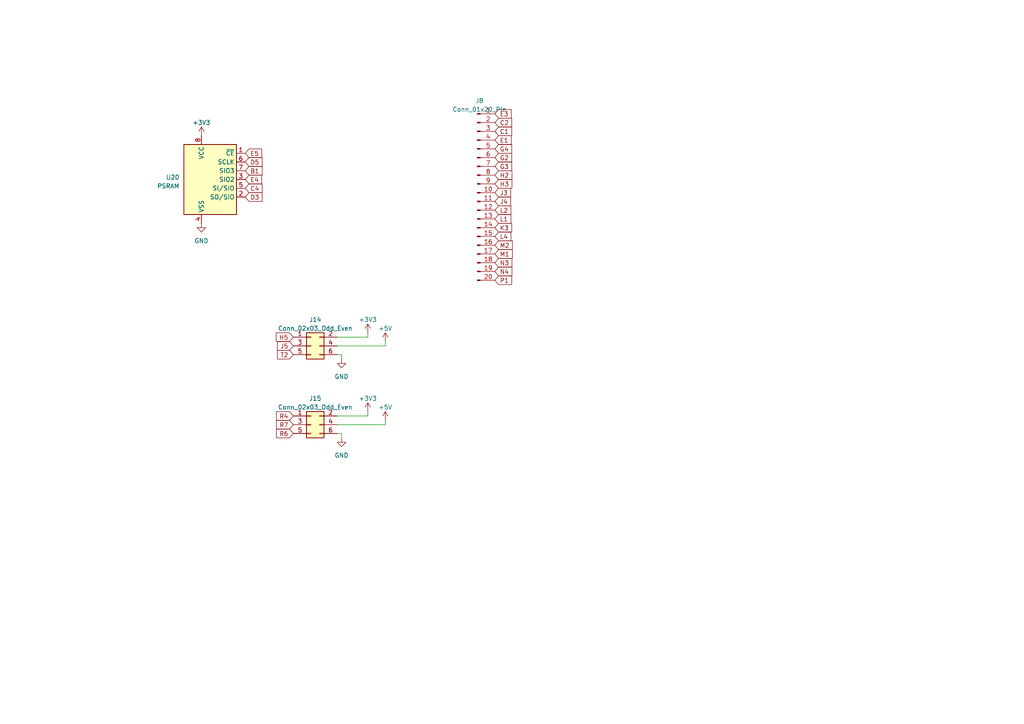
<source format=kicad_sch>
(kicad_sch (version 20230121) (generator eeschema)
  (paper "A4")
  (lib_symbols
    (symbol "Connector:Conn_01x20_Pin" (pin_names (offset 1.016) hide)
      (property "Reference" "J" (at 0 25.4 0))
      (property "Value" "Conn_01x20_Pin" (at 0 -27.94 0))
      (symbol "Conn_01x20_Pin_1_1"
        (polyline (pts (xy 1.27 -25.4) (xy 0.8636 -25.4)) (stroke (width 0.1524)))
        (polyline (pts (xy 1.27 -22.86) (xy 0.8636 -22.86)) (stroke (width 0.1524)))
        (polyline (pts (xy 1.27 -20.32) (xy 0.8636 -20.32)) (stroke (width 0.1524)))
        (polyline (pts (xy 1.27 -17.78) (xy 0.8636 -17.78)) (stroke (width 0.1524)))
        (polyline (pts (xy 1.27 -15.24) (xy 0.8636 -15.24)) (stroke (width 0.1524)))
        (polyline (pts (xy 1.27 -12.7) (xy 0.8636 -12.7)) (stroke (width 0.1524)))
        (polyline (pts (xy 1.27 -10.16) (xy 0.8636 -10.16)) (stroke (width 0.1524)))
        (polyline (pts (xy 1.27 -7.62) (xy 0.8636 -7.62)) (stroke (width 0.1524)))
        (polyline (pts (xy 1.27 -5.08) (xy 0.8636 -5.08)) (stroke (width 0.1524)))
        (polyline (pts (xy 1.27 -2.54) (xy 0.8636 -2.54)) (stroke (width 0.1524)))
        (polyline (pts (xy 1.27 0) (xy 0.8636 0)) (stroke (width 0.1524)))
        (polyline (pts (xy 1.27 2.54) (xy 0.8636 2.54)) (stroke (width 0.1524)))
        (polyline (pts (xy 1.27 5.08) (xy 0.8636 5.08)) (stroke (width 0.1524)))
        (polyline (pts (xy 1.27 7.62) (xy 0.8636 7.62)) (stroke (width 0.1524)))
        (polyline (pts (xy 1.27 10.16) (xy 0.8636 10.16)) (stroke (width 0.1524)))
        (polyline (pts (xy 1.27 12.7) (xy 0.8636 12.7)) (stroke (width 0.1524)))
        (polyline (pts (xy 1.27 15.24) (xy 0.8636 15.24)) (stroke (width 0.1524)))
        (polyline (pts (xy 1.27 17.78) (xy 0.8636 17.78)) (stroke (width 0.1524)))
        (polyline (pts (xy 1.27 20.32) (xy 0.8636 20.32)) (stroke (width 0.1524)))
        (polyline (pts (xy 1.27 22.86) (xy 0.8636 22.86)) (stroke (width 0.1524)))
        (rectangle (start 0.8636 -25.273) (end 0 -25.527) (stroke (width 0.1524)) (fill (type outline)))
        (rectangle (start 0.8636 -22.733) (end 0 -22.987) (stroke (width 0.1524)) (fill (type outline)))
        (rectangle (start 0.8636 -20.193) (end 0 -20.447) (stroke (width 0.1524)) (fill (type outline)))
        (rectangle (start 0.8636 -17.653) (end 0 -17.907) (stroke (width 0.1524)) (fill (type outline)))
        (rectangle (start 0.8636 -15.113) (end 0 -15.367) (stroke (width 0.1524)) (fill (type outline)))
        (rectangle (start 0.8636 -12.573) (end 0 -12.827) (stroke (width 0.1524)) (fill (type outline)))
        (rectangle (start 0.8636 -10.033) (end 0 -10.287) (stroke (width 0.1524)) (fill (type outline)))
        (rectangle (start 0.8636 -7.493) (end 0 -7.747) (stroke (width 0.1524)) (fill (type outline)))
        (rectangle (start 0.8636 -4.953) (end 0 -5.207) (stroke (width 0.1524)) (fill (type outline)))
        (rectangle (start 0.8636 -2.413) (end 0 -2.667) (stroke (width 0.1524)) (fill (type outline)))
        (rectangle (start 0.8636 0.127) (end 0 -0.127) (stroke (width 0.1524)) (fill (type outline)))
        (rectangle (start 0.8636 2.667) (end 0 2.413) (stroke (width 0.1524)) (fill (type outline)))
        (rectangle (start 0.8636 5.207) (end 0 4.953) (stroke (width 0.1524)) (fill (type outline)))
        (rectangle (start 0.8636 7.747) (end 0 7.493) (stroke (width 0.1524)) (fill (type outline)))
        (rectangle (start 0.8636 10.287) (end 0 10.033) (stroke (width 0.1524)) (fill (type outline)))
        (rectangle (start 0.8636 12.827) (end 0 12.573) (stroke (width 0.1524)) (fill (type outline)))
        (rectangle (start 0.8636 15.367) (end 0 15.113) (stroke (width 0.1524)) (fill (type outline)))
        (rectangle (start 0.8636 17.907) (end 0 17.653) (stroke (width 0.1524)) (fill (type outline)))
        (rectangle (start 0.8636 20.447) (end 0 20.193) (stroke (width 0.1524)) (fill (type outline)))
        (rectangle (start 0.8636 22.987) (end 0 22.733) (stroke (width 0.1524)) (fill (type outline)))
        (pin passive line (at 5.08 22.86 180) (length 3.81) (name "Pin_1") (number "1"))
        (pin passive line (at 5.08 0 180) (length 3.81) (name "Pin_10") (number "10"))
        (pin passive line (at 5.08 -2.54 180) (length 3.81) (name "Pin_11") (number "11"))
        (pin passive line (at 5.08 -5.08 180) (length 3.81) (name "Pin_12") (number "12"))
        (pin passive line (at 5.08 -7.62 180) (length 3.81) (name "Pin_13") (number "13"))
        (pin passive line (at 5.08 -10.16 180) (length 3.81) (name "Pin_14") (number "14"))
        (pin passive line (at 5.08 -12.7 180) (length 3.81) (name "Pin_15") (number "15"))
        (pin passive line (at 5.08 -15.24 180) (length 3.81) (name "Pin_16") (number "16"))
        (pin passive line (at 5.08 -17.78 180) (length 3.81) (name "Pin_17") (number "17"))
        (pin passive line (at 5.08 -20.32 180) (length 3.81) (name "Pin_18") (number "18"))
        (pin passive line (at 5.08 -22.86 180) (length 3.81) (name "Pin_19") (number "19"))
        (pin passive line (at 5.08 20.32 180) (length 3.81) (name "Pin_2") (number "2"))
        (pin passive line (at 5.08 -25.4 180) (length 3.81) (name "Pin_20") (number "20"))
        (pin passive line (at 5.08 17.78 180) (length 3.81) (name "Pin_3") (number "3"))
        (pin passive line (at 5.08 15.24 180) (length 3.81) (name "Pin_4") (number "4"))
        (pin passive line (at 5.08 12.7 180) (length 3.81) (name "Pin_5") (number "5"))
        (pin passive line (at 5.08 10.16 180) (length 3.81) (name "Pin_6") (number "6"))
        (pin passive line (at 5.08 7.62 180) (length 3.81) (name "Pin_7") (number "7"))
        (pin passive line (at 5.08 5.08 180) (length 3.81) (name "Pin_8") (number "8"))
        (pin passive line (at 5.08 2.54 180) (length 3.81) (name "Pin_9") (number "9"))
      )
    )
    (symbol "Connector_Generic:Conn_02x03_Odd_Even" (pin_names (offset 1.016) hide)
      (property "Reference" "J" (at 1.27 5.08 0))
      (property "Value" "Conn_02x03_Odd_Even" (at 1.27 -5.08 0))
      (symbol "Conn_02x03_Odd_Even_1_1"
        (rectangle (start -1.27 -2.413) (end 0 -2.667) (stroke (width 0.1524)))
        (rectangle (start -1.27 0.127) (end 0 -0.127) (stroke (width 0.1524)))
        (rectangle (start -1.27 2.667) (end 0 2.413) (stroke (width 0.1524)))
        (rectangle (start -1.27 3.81) (end 3.81 -3.81) (stroke (width 0.254)) (fill (type background)))
        (rectangle (start 3.81 -2.413) (end 2.54 -2.667) (stroke (width 0.1524)))
        (rectangle (start 3.81 0.127) (end 2.54 -0.127) (stroke (width 0.1524)))
        (rectangle (start 3.81 2.667) (end 2.54 2.413) (stroke (width 0.1524)))
        (pin passive line (at -5.08 2.54 0) (length 3.81) (name "Pin_1") (number "1"))
        (pin passive line (at 7.62 2.54 180) (length 3.81) (name "Pin_2") (number "2"))
        (pin passive line (at -5.08 0 0) (length 3.81) (name "Pin_3") (number "3"))
        (pin passive line (at 7.62 0 180) (length 3.81) (name "Pin_4") (number "4"))
        (pin passive line (at -5.08 -2.54 0) (length 3.81) (name "Pin_5") (number "5"))
        (pin passive line (at 7.62 -2.54 180) (length 3.81) (name "Pin_6") (number "6"))
      )
    )
    (symbol "Memory_RAM:ESP-PSRAM32"
      (property "Reference" "U" (at 3.81 11.43 0))
      (property "Value" "ESP-PSRAM32" (at -1.27 -11.43 0))
      (symbol "ESP-PSRAM32_0_1"
        (rectangle (start -7.62 10.16) (end 7.62 -10.16) (stroke (width 0.254)) (fill (type background)))
      )
      (symbol "ESP-PSRAM32_1_1"
        (pin input line (at 10.16 7.62 180) (length 2.54) (name "~{CE}") (number "1"))
        (pin output line (at 10.16 -5.08 180) (length 2.54) (name "SO/SIO") (number "2"))
        (pin bidirectional line (at 10.16 0 180) (length 2.54) (name "SIO2") (number "3"))
        (pin power_in line (at -2.54 -12.7 90) (length 2.54) (name "VSS") (number "4"))
        (pin input line (at 10.16 -2.54 180) (length 2.54) (name "SI/SIO") (number "5"))
        (pin output line (at 10.16 5.08 180) (length 2.54) (name "SCLK") (number "6"))
        (pin bidirectional line (at 10.16 2.54 180) (length 2.54) (name "SIO3") (number "7"))
        (pin power_in line (at -2.54 12.7 270) (length 2.54) (name "VCC") (number "8"))
      )
    )
    (symbol "power:+3V3" (power) (pin_names (offset 0))
      (property "Value" "+3V3" (at 0 3.556 0))
      (symbol "+3V3_0_1"
        (polyline (pts (xy -0.762 1.27) (xy 0 2.54)))
        (polyline (pts (xy 0 0) (xy 0 2.54)))
        (polyline (pts (xy 0 2.54) (xy 0.762 1.27)))
      )
      (symbol "+3V3_1_1"
        (pin power_in line (at 0 0 90) (length 0) hide (name "+3V3") (number "1"))
      )
    )
    (symbol "power:+5V" (power) (pin_names (offset 0))
      (property "Value" "+5V" (at 0 3.556 0))
      (symbol "+5V_0_1"
        (polyline (pts (xy -0.762 1.27) (xy 0 2.54)))
        (polyline (pts (xy 0 0) (xy 0 2.54)))
        (polyline (pts (xy 0 2.54) (xy 0.762 1.27)))
      )
      (symbol "+5V_1_1"
        (pin power_in line (at 0 0 90) (length 0) hide (name "+5V") (number "1"))
      )
    )
    (symbol "power:GND" (power) (pin_names (offset 0))
      (property "Value" "GND" (at 0 -3.81 0))
      (symbol "GND_0_1"
        (polyline (pts (xy 0 0) (xy 0 -1.27) (xy 1.27 -1.27) (xy 0 -2.54) (xy -1.27 -1.27) (xy 0 -1.27)))
      )
      (symbol "GND_1_1"
        (pin power_in line (at 0 0 270) (length 0) hide (name "GND") (number "1"))
      )
    )
  )
  (wire (pts (xy 97.79 125.73) (xy 99.06 125.73)))
  (wire (pts (xy 106.68 97.79) (xy 106.68 96.52)))
  (wire (pts (xy 97.79 120.65) (xy 106.68 120.65)))
  (wire (pts (xy 99.06 125.73) (xy 99.06 127)))
  (wire (pts (xy 106.68 120.65) (xy 106.68 119.38)))
  (wire (pts (xy 97.79 97.79) (xy 106.68 97.79)))
  (wire (pts (xy 111.76 123.19) (xy 97.79 123.19)))
  (wire (pts (xy 97.79 102.87) (xy 99.06 102.87)))
  (wire (pts (xy 111.76 99.06) (xy 111.76 100.33)))
  (wire (pts (xy 111.76 121.92) (xy 111.76 123.19)))
  (wire (pts (xy 99.06 102.87) (xy 99.06 104.14)))
  (wire (pts (xy 111.76 100.33) (xy 97.79 100.33)))
  (global_label "E4" (shape input) (at 71.12 52.07 0) (property "Intersheetrefs" "${INTERSHEET_REFS}" (effects hide)))
  (global_label "N4" (shape input) (at 143.51 78.74 0) (property "Intersheetrefs" "${INTERSHEET_REFS}" (effects hide)))
  (global_label "C2" (shape input) (at 143.51 35.56 0) (property "Intersheetrefs" "${INTERSHEET_REFS}" (effects hide)))
  (global_label "E5" (shape input) (at 71.12 44.45 0) (property "Intersheetrefs" "${INTERSHEET_REFS}" (effects hide)))
  (global_label "R6" (shape input) (at 85.09 125.73 180) (property "Intersheetrefs" "${INTERSHEET_REFS}" (effects hide)))
  (global_label "C1" (shape input) (at 143.51 38.1 0) (property "Intersheetrefs" "${INTERSHEET_REFS}" (effects hide)))
  (global_label "J5" (shape input) (at 85.09 100.33 180) (property "Intersheetrefs" "${INTERSHEET_REFS}" (effects hide)))
  (global_label "D5" (shape input) (at 71.12 46.99 0) (property "Intersheetrefs" "${INTERSHEET_REFS}" (effects hide)))
  (global_label "N3" (shape input) (at 143.51 76.2 0) (property "Intersheetrefs" "${INTERSHEET_REFS}" (effects hide)))
  (global_label "B1" (shape input) (at 71.12 49.53 0) (property "Intersheetrefs" "${INTERSHEET_REFS}" (effects hide)))
  (global_label "R7" (shape input) (at 85.09 123.19 180) (property "Intersheetrefs" "${INTERSHEET_REFS}" (effects hide)))
  (global_label "H2" (shape input) (at 143.51 50.8 0) (property "Intersheetrefs" "${INTERSHEET_REFS}" (effects hide)))
  (global_label "G3" (shape input) (at 143.51 48.26 0) (property "Intersheetrefs" "${INTERSHEET_REFS}" (effects hide)))
  (global_label "K3" (shape input) (at 143.51 66.04 0) (property "Intersheetrefs" "${INTERSHEET_REFS}" (effects hide)))
  (global_label "H3" (shape input) (at 143.51 53.34 0) (property "Intersheetrefs" "${INTERSHEET_REFS}" (effects hide)))
  (global_label "H5" (shape input) (at 85.09 97.79 180) (property "Intersheetrefs" "${INTERSHEET_REFS}" (effects hide)))
  (global_label "L4" (shape input) (at 143.51 68.58 0) (property "Intersheetrefs" "${INTERSHEET_REFS}" (effects hide)))
  (global_label "P1" (shape input) (at 143.51 81.28 0) (property "Intersheetrefs" "${INTERSHEET_REFS}" (effects hide)))
  (global_label "M2" (shape input) (at 143.51 71.12 0) (property "Intersheetrefs" "${INTERSHEET_REFS}" (effects hide)))
  (global_label "T2" (shape input) (at 85.09 102.87 180) (property "Intersheetrefs" "${INTERSHEET_REFS}" (effects hide)))
  (global_label "J3" (shape input) (at 143.51 55.88 0) (property "Intersheetrefs" "${INTERSHEET_REFS}" (effects hide)))
  (global_label "G2" (shape input) (at 143.51 45.72 0) (property "Intersheetrefs" "${INTERSHEET_REFS}" (effects hide)))
  (global_label "L1" (shape input) (at 143.51 63.5 0) (property "Intersheetrefs" "${INTERSHEET_REFS}" (effects hide)))
  (global_label "E1" (shape input) (at 143.51 40.64 0) (property "Intersheetrefs" "${INTERSHEET_REFS}" (effects hide)))
  (global_label "J4" (shape input) (at 143.51 58.42 0) (property "Intersheetrefs" "${INTERSHEET_REFS}" (effects hide)))
  (global_label "D3" (shape input) (at 71.12 57.15 0) (property "Intersheetrefs" "${INTERSHEET_REFS}" (effects hide)))
  (global_label "M1" (shape input) (at 143.51 73.66 0) (property "Intersheetrefs" "${INTERSHEET_REFS}" (effects hide)))
  (global_label "C4" (shape input) (at 71.12 54.61 0) (property "Intersheetrefs" "${INTERSHEET_REFS}" (effects hide)))
  (global_label "E3" (shape input) (at 143.51 33.02 0) (property "Intersheetrefs" "${INTERSHEET_REFS}" (effects hide)))
  (global_label "R4" (shape input) (at 85.09 120.65 180) (property "Intersheetrefs" "${INTERSHEET_REFS}" (effects hide)))
  (global_label "G4" (shape input) (at 143.51 43.18 0) (property "Intersheetrefs" "${INTERSHEET_REFS}" (effects hide)))
  (global_label "L2" (shape input) (at 143.51 60.96 0) (property "Intersheetrefs" "${INTERSHEET_REFS}" (effects hide)))
  (symbol (lib_id "Connector_Generic:Conn_02x03_Odd_Even") (at 90.17 123.19 0) (unit 1)
    (property "Reference" "J15" (at 91.44 115.57 0))
    (property "Value" "Conn_02x03_Odd_Even" (at 91.44 118.11 0))
    (property "Footprint" "Connector_PinHeader_2.54mm:PinHeader_2x03_P2.54mm_Vertical" (effects hide))
  )
  (symbol (lib_id "power:+3V3") (at 58.42 39.37 0) (unit 1)
    (property "Reference" "#PWR072" (effects hide))
    (property "Value" "+3V3" (at 58.42 35.56 0))
  )
  (symbol (lib_id "power:+5V") (at 111.76 121.92 0) (unit 1)
    (property "Reference" "#PWR081" (effects hide))
    (property "Value" "+5V" (at 111.76 118.11 0))
  )
  (symbol (lib_id "Connector:Conn_01x20_Pin") (at 138.43 55.88 0) (unit 1)
    (property "Reference" "J8" (at 139.065 29.21 0))
    (property "Value" "Conn_01x20_Pin" (at 139.065 31.75 0))
    (property "Footprint" "Connector_PinHeader_2.54mm:PinHeader_2x10_P2.54mm_Vertical" (effects hide))
  )
  (symbol (lib_id "Connector_Generic:Conn_02x03_Odd_Even") (at 90.17 100.33 0) (unit 1)
    (property "Reference" "J14" (at 91.44 92.71 0))
    (property "Value" "Conn_02x03_Odd_Even" (at 91.44 95.25 0))
    (property "Footprint" "Connector_PinHeader_2.54mm:PinHeader_2x03_P2.54mm_Vertical" (effects hide))
  )
  (symbol (lib_id "Memory_RAM:ESP-PSRAM32") (at 60.96 52.07 0) (unit 1)
    (property "Reference" "U20" (at 52.07 51.435 0) (effects (justify right)))
    (property "Value" "PSRAM" (at 52.07 53.975 0) (effects (justify right)))
    (property "Footprint" "Package_SO:SOIC-8_3.9x4.9mm_P1.27mm" (effects hide))
    (property "Datasheet" "https://www.espressif.com/sites/default/files/documentation/esp-psram32_datasheet_en.pdf" (effects hide))
  )
  (symbol (lib_id "power:+3V3") (at 106.68 96.52 0) (unit 1)
    (property "Reference" "#PWR077" (effects hide))
    (property "Value" "+3V3" (at 106.68 92.71 0))
  )
  (symbol (lib_id "power:+5V") (at 111.76 99.06 0) (unit 1)
    (property "Reference" "#PWR078" (effects hide))
    (property "Value" "+5V" (at 111.76 95.25 0))
  )
  (symbol (lib_id "power:GND") (at 99.06 104.14 0) (unit 1)
    (property "Reference" "#PWR075" (effects hide))
    (property "Value" "GND" (at 99.06 109.22 0))
  )
  (symbol (lib_id "power:GND") (at 99.06 127 0) (unit 1)
    (property "Reference" "#PWR079" (effects hide))
    (property "Value" "GND" (at 99.06 132.08 0))
  )
  (symbol (lib_id "power:GND") (at 58.42 64.77 0) (unit 1)
    (property "Reference" "#PWR073" (effects hide))
    (property "Value" "GND" (at 58.42 69.85 0))
  )
  (symbol (lib_id "power:+3V3") (at 106.68 119.38 0) (unit 1)
    (property "Reference" "#PWR080" (effects hide))
    (property "Value" "+3V3" (at 106.68 115.57 0))
  )
)
</source>
